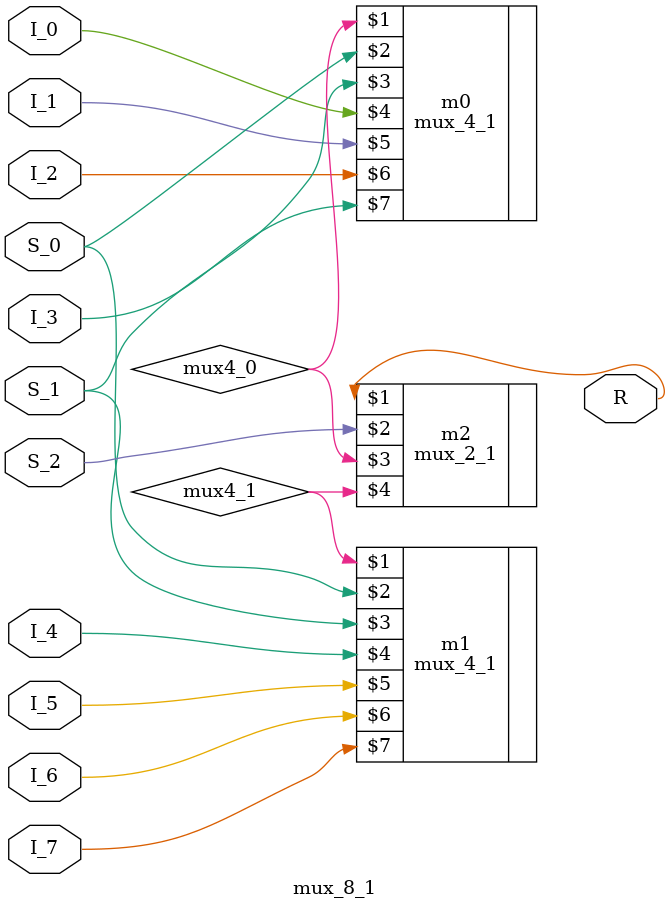
<source format=v>
module mux_8_1(R, S_0, S_1, S_2, I_0, I_1, I_2, I_3, I_4, I_5, I_6, I_7);

output R;
input S_0, S_1, S_2, I_0, I_1, I_2, I_3, I_4, I_5, I_6, I_7;

	wire mux4_0, mux4_1;
	
	mux_4_1 m0(mux4_0, S_0, S_1, I_0, I_1, I_2, I_3);
	mux_4_1 m1(mux4_1, S_0, S_1, I_4, I_5, I_6, I_7);

	mux_2_1 m2(R, S_2, mux4_0, mux4_1);

endmodule 
</source>
